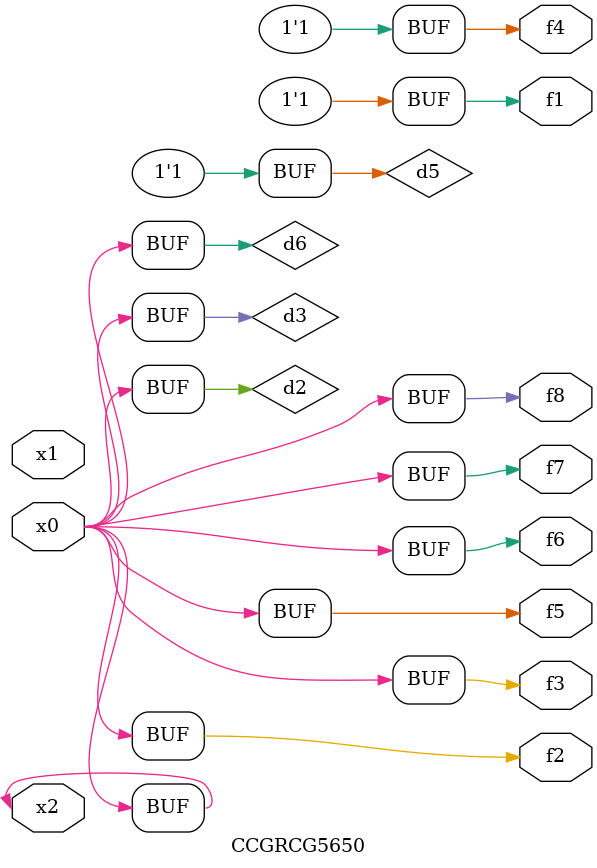
<source format=v>
module CCGRCG5650(
	input x0, x1, x2,
	output f1, f2, f3, f4, f5, f6, f7, f8
);

	wire d1, d2, d3, d4, d5, d6;

	xnor (d1, x2);
	buf (d2, x0, x2);
	and (d3, x0);
	xnor (d4, x1, x2);
	nand (d5, d1, d3);
	buf (d6, d2, d3);
	assign f1 = d5;
	assign f2 = d6;
	assign f3 = d6;
	assign f4 = d5;
	assign f5 = d6;
	assign f6 = d6;
	assign f7 = d6;
	assign f8 = d6;
endmodule

</source>
